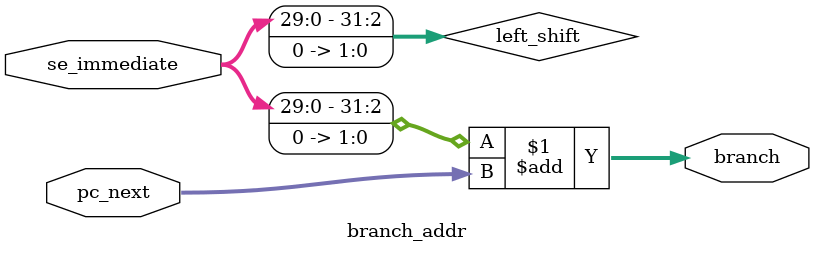
<source format=v>

module branch_addr (
    input [31:0] se_immediate,
    input [31:0] pc_next,
    output [31:0] branch
);

wire [31:0] left_shift;

assign left_shift = {se_immediate[29:0], 2'b0};
assign branch = left_shift + pc_next;

endmodule
</source>
